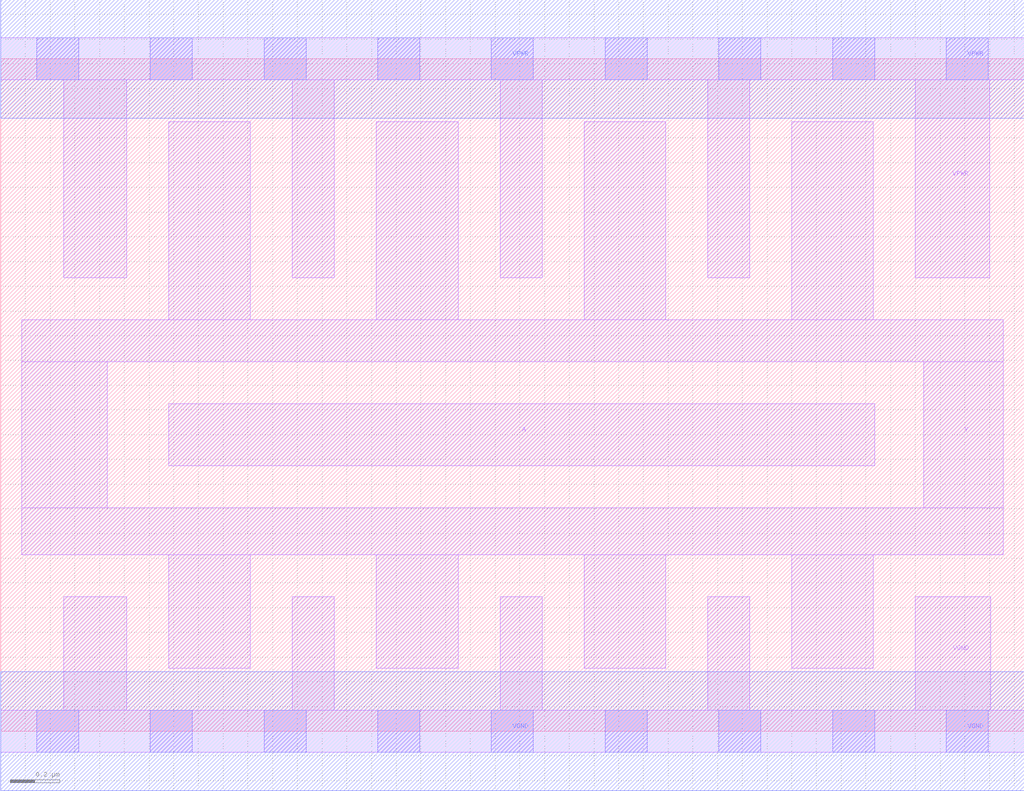
<source format=lef>
# Copyright 2020 The SkyWater PDK Authors
#
# Licensed under the Apache License, Version 2.0 (the "License");
# you may not use this file except in compliance with the License.
# You may obtain a copy of the License at
#
#     https://www.apache.org/licenses/LICENSE-2.0
#
# Unless required by applicable law or agreed to in writing, software
# distributed under the License is distributed on an "AS IS" BASIS,
# WITHOUT WARRANTIES OR CONDITIONS OF ANY KIND, either express or implied.
# See the License for the specific language governing permissions and
# limitations under the License.
#
# SPDX-License-Identifier: Apache-2.0

VERSION 5.7 ;
  NAMESCASESENSITIVE ON ;
  NOWIREEXTENSIONATPIN ON ;
  DIVIDERCHAR "/" ;
  BUSBITCHARS "[]" ;
UNITS
  DATABASE MICRONS 200 ;
END UNITS
MACRO sky130_fd_sc_hd__inv_8
  CLASS CORE ;
  SOURCE USER ;
  FOREIGN sky130_fd_sc_hd__inv_8 ;
  ORIGIN  0.000000  0.000000 ;
  SIZE  4.140000 BY  2.720000 ;
  SYMMETRY X Y R90 ;
  SITE unithd ;
  PIN A
    ANTENNAGATEAREA  1.980000 ;
    DIRECTION INPUT ;
    USE SIGNAL ;
    PORT
      LAYER li1 ;
        RECT 0.680000 1.075000 3.535000 1.325000 ;
    END
  END A
  PIN Y
    ANTENNADIFFAREA  1.782000 ;
    DIRECTION OUTPUT ;
    USE SIGNAL ;
    PORT
      LAYER li1 ;
        RECT 0.085000 0.715000 4.055000 0.905000 ;
        RECT 0.085000 0.905000 0.430000 1.495000 ;
        RECT 0.085000 1.495000 4.055000 1.665000 ;
        RECT 0.680000 0.255000 1.010000 0.715000 ;
        RECT 0.680000 1.665000 1.010000 2.465000 ;
        RECT 1.520000 0.255000 1.850000 0.715000 ;
        RECT 1.520000 1.665000 1.850000 2.465000 ;
        RECT 2.360000 0.255000 2.690000 0.715000 ;
        RECT 2.360000 1.665000 2.690000 2.465000 ;
        RECT 3.200000 0.255000 3.530000 0.715000 ;
        RECT 3.200000 1.665000 3.530000 2.465000 ;
        RECT 3.735000 0.905000 4.055000 1.495000 ;
    END
  END Y
  PIN VGND
    DIRECTION INOUT ;
    SHAPE ABUTMENT ;
    USE GROUND ;
    PORT
      LAYER li1 ;
        RECT 0.000000 -0.085000 4.140000 0.085000 ;
        RECT 0.255000  0.085000 0.510000 0.545000 ;
        RECT 1.180000  0.085000 1.350000 0.545000 ;
        RECT 2.020000  0.085000 2.190000 0.545000 ;
        RECT 2.860000  0.085000 3.030000 0.545000 ;
        RECT 3.700000  0.085000 4.005000 0.545000 ;
      LAYER mcon ;
        RECT 0.145000 -0.085000 0.315000 0.085000 ;
        RECT 0.605000 -0.085000 0.775000 0.085000 ;
        RECT 1.065000 -0.085000 1.235000 0.085000 ;
        RECT 1.525000 -0.085000 1.695000 0.085000 ;
        RECT 1.985000 -0.085000 2.155000 0.085000 ;
        RECT 2.445000 -0.085000 2.615000 0.085000 ;
        RECT 2.905000 -0.085000 3.075000 0.085000 ;
        RECT 3.365000 -0.085000 3.535000 0.085000 ;
        RECT 3.825000 -0.085000 3.995000 0.085000 ;
      LAYER met1 ;
        RECT 0.000000 -0.240000 4.140000 0.240000 ;
    END
  END VGND
  PIN VPWR
    DIRECTION INOUT ;
    SHAPE ABUTMENT ;
    USE POWER ;
    PORT
      LAYER li1 ;
        RECT 0.000000 2.635000 4.140000 2.805000 ;
        RECT 0.255000 1.835000 0.510000 2.635000 ;
        RECT 1.180000 1.835000 1.350000 2.635000 ;
        RECT 2.020000 1.835000 2.190000 2.635000 ;
        RECT 2.860000 1.835000 3.030000 2.635000 ;
        RECT 3.700000 1.835000 4.000000 2.635000 ;
      LAYER mcon ;
        RECT 0.145000 2.635000 0.315000 2.805000 ;
        RECT 0.605000 2.635000 0.775000 2.805000 ;
        RECT 1.065000 2.635000 1.235000 2.805000 ;
        RECT 1.525000 2.635000 1.695000 2.805000 ;
        RECT 1.985000 2.635000 2.155000 2.805000 ;
        RECT 2.445000 2.635000 2.615000 2.805000 ;
        RECT 2.905000 2.635000 3.075000 2.805000 ;
        RECT 3.365000 2.635000 3.535000 2.805000 ;
        RECT 3.825000 2.635000 3.995000 2.805000 ;
      LAYER met1 ;
        RECT 0.000000 2.480000 4.140000 2.960000 ;
    END
  END VPWR
END sky130_fd_sc_hd__inv_8
END LIBRARY

</source>
